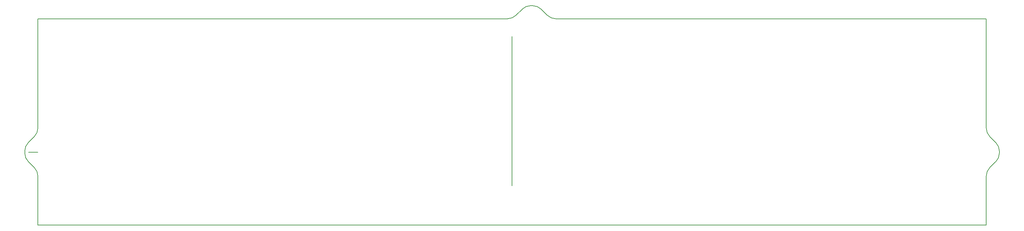
<source format=gm1>
G04 Layer_Color=16711935*
%FSLAX25Y25*%
%MOIN*%
G70*
G01*
G75*
%ADD29C,0.00787*%
%ADD65C,0.00787*%
D29*
X956291Y57906D02*
G03*
X952756Y49370I8535J-8535D01*
G01*
Y97716D02*
G03*
X956291Y89181I12071J0D01*
G01*
X962402Y64016D02*
G03*
X965881Y72417I-8401J8401D01*
G01*
Y74670D02*
G03*
X962402Y83071I-11881J0D01*
G01*
X511701Y211409D02*
G03*
X520236Y207874I8535J8535D01*
G01*
X471890D02*
G03*
X480425Y211409I0J12071D01*
G01*
X505590Y217520D02*
G03*
X497189Y221000I-8401J-8401D01*
G01*
X494937D02*
G03*
X486535Y217520I0J-11881D01*
G01*
X-13126Y72417D02*
G03*
X-9646Y64016I11881J0D01*
G01*
Y83071D02*
G03*
X-13126Y74670I8401J-8401D01*
G01*
X0Y49370D02*
G03*
X-3536Y57906I-12071J0D01*
G01*
Y89181D02*
G03*
X0Y97716I-8535J8535D01*
G01*
Y0D02*
Y49370D01*
Y97716D02*
Y207874D01*
X471890D01*
X520236D02*
X952756D01*
Y97716D02*
Y207874D01*
Y49370D02*
X952756Y49370D01*
Y0D02*
Y49370D01*
X956291Y57906D02*
X962402Y64016D01*
X956291Y89181D02*
X962402Y83071D01*
X965881Y72417D02*
Y74670D01*
X505590Y217520D02*
X511701Y211409D01*
X480425D02*
X486535Y217520D01*
X494937Y221000D02*
X497189D01*
X-13126Y72417D02*
Y74670D01*
X-9646Y64016D02*
X-3536Y57906D01*
X-9646Y83071D02*
X-3536Y89181D01*
X-9252Y73543D02*
X0D01*
X476378Y39567D02*
Y189961D01*
X0Y0D02*
X952756D01*
D65*
X952756Y49370D02*
D03*
M02*

</source>
